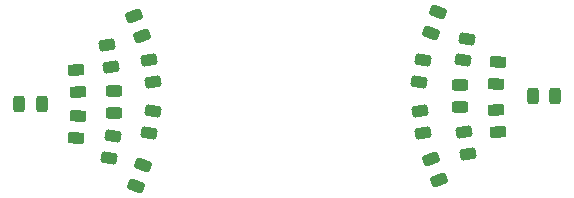
<source format=gtp>
%TF.GenerationSoftware,KiCad,Pcbnew,(6.0.0-0)*%
%TF.CreationDate,2022-07-31T01:07:44-04:00*%
%TF.ProjectId,sam-bday-21,73616d2d-6264-4617-992d-32312e6b6963,v1*%
%TF.SameCoordinates,Original*%
%TF.FileFunction,Paste,Top*%
%TF.FilePolarity,Positive*%
%FSLAX46Y46*%
G04 Gerber Fmt 4.6, Leading zero omitted, Abs format (unit mm)*
G04 Created by KiCad (PCBNEW (6.0.0-0)) date 2022-07-31 01:07:44*
%MOMM*%
%LPD*%
G01*
G04 APERTURE LIST*
G04 Aperture macros list*
%AMRoundRect*
0 Rectangle with rounded corners*
0 $1 Rounding radius*
0 $2 $3 $4 $5 $6 $7 $8 $9 X,Y pos of 4 corners*
0 Add a 4 corners polygon primitive as box body*
4,1,4,$2,$3,$4,$5,$6,$7,$8,$9,$2,$3,0*
0 Add four circle primitives for the rounded corners*
1,1,$1+$1,$2,$3*
1,1,$1+$1,$4,$5*
1,1,$1+$1,$6,$7*
1,1,$1+$1,$8,$9*
0 Add four rect primitives between the rounded corners*
20,1,$1+$1,$2,$3,$4,$5,0*
20,1,$1+$1,$4,$5,$6,$7,0*
20,1,$1+$1,$6,$7,$8,$9,0*
20,1,$1+$1,$8,$9,$2,$3,0*%
G04 Aperture macros list end*
%ADD10RoundRect,0.243750X0.491645X-0.160820X0.406992X0.319274X-0.491645X0.160820X-0.406992X-0.319274X0*%
%ADD11RoundRect,0.243750X0.433270X-0.282587X0.475758X0.203058X-0.433270X0.282587X-0.475758X-0.203058X0*%
%ADD12RoundRect,0.243750X0.456250X-0.243750X0.456250X0.243750X-0.456250X0.243750X-0.456250X-0.243750X0*%
%ADD13RoundRect,0.243750X0.512102X-0.073003X0.345367X0.385097X-0.512102X0.073003X-0.345367X-0.385097X0*%
%ADD14RoundRect,0.243750X0.406992X-0.319274X0.491645X0.160820X-0.406992X0.319274X-0.491645X-0.160820X0*%
%ADD15RoundRect,0.243750X0.243750X0.456250X-0.243750X0.456250X-0.243750X-0.456250X0.243750X-0.456250X0*%
%ADD16RoundRect,0.243750X0.345367X-0.385097X0.512102X0.073003X-0.345367X0.385097X-0.512102X-0.073003X0*%
%ADD17RoundRect,0.243750X0.475758X-0.203058X0.433270X0.282587X-0.475758X0.203058X-0.433270X-0.282587X0*%
%ADD18RoundRect,0.243750X-0.243750X-0.456250X0.243750X-0.456250X0.243750X0.456250X-0.243750X0.456250X0*%
G04 APERTURE END LIST*
D10*
%TO.C,D7*%
X122025710Y-64460186D03*
X122351300Y-66306700D03*
%TD*%
D11*
%TO.C,D6*%
X155125609Y-65893467D03*
X154962191Y-67761333D03*
%TD*%
D12*
%TO.C,D10*%
X151954656Y-67837662D03*
X151954656Y-69712662D03*
%TD*%
D10*
%TO.C,D12*%
X152585046Y-73671976D03*
X152259456Y-71825462D03*
%TD*%
D13*
%TO.C,D14*%
X150106744Y-75896486D03*
X149465456Y-74134562D03*
%TD*%
D14*
%TO.C,D18*%
X148479466Y-67599076D03*
X148805056Y-65752562D03*
%TD*%
%TO.C,D17*%
X125956295Y-70057043D03*
X125630705Y-71903557D03*
%TD*%
%TO.C,D8*%
X152534246Y-63908348D03*
X152208656Y-65754862D03*
%TD*%
D12*
%TO.C,D9*%
X122605300Y-68317900D03*
X122605300Y-70192900D03*
%TD*%
D13*
%TO.C,D13*%
X124329856Y-61971338D03*
X124971144Y-63733262D03*
%TD*%
D11*
%TO.C,D5*%
X119562809Y-70452767D03*
X119399391Y-72320633D03*
%TD*%
D15*
%TO.C,D1*%
X114622100Y-69494900D03*
X116497100Y-69494900D03*
%TD*%
D16*
%TO.C,D19*%
X124478612Y-76382462D03*
X125119900Y-74620538D03*
%TD*%
D10*
%TO.C,D15*%
X125605305Y-65713643D03*
X125930895Y-67560157D03*
%TD*%
D17*
%TO.C,D4*%
X154993100Y-69951600D03*
X155156518Y-71819466D03*
%TD*%
D14*
%TO.C,D11*%
X122503700Y-72174100D03*
X122178110Y-74020614D03*
%TD*%
D17*
%TO.C,D3*%
X119399391Y-66589667D03*
X119562809Y-68457533D03*
%TD*%
D18*
%TO.C,D2*%
X159941500Y-68808600D03*
X158066500Y-68808600D03*
%TD*%
D10*
%TO.C,D16*%
X148500256Y-70019762D03*
X148825846Y-71866276D03*
%TD*%
D16*
%TO.C,D20*%
X149440056Y-63415762D03*
X150081344Y-61653838D03*
%TD*%
M02*

</source>
